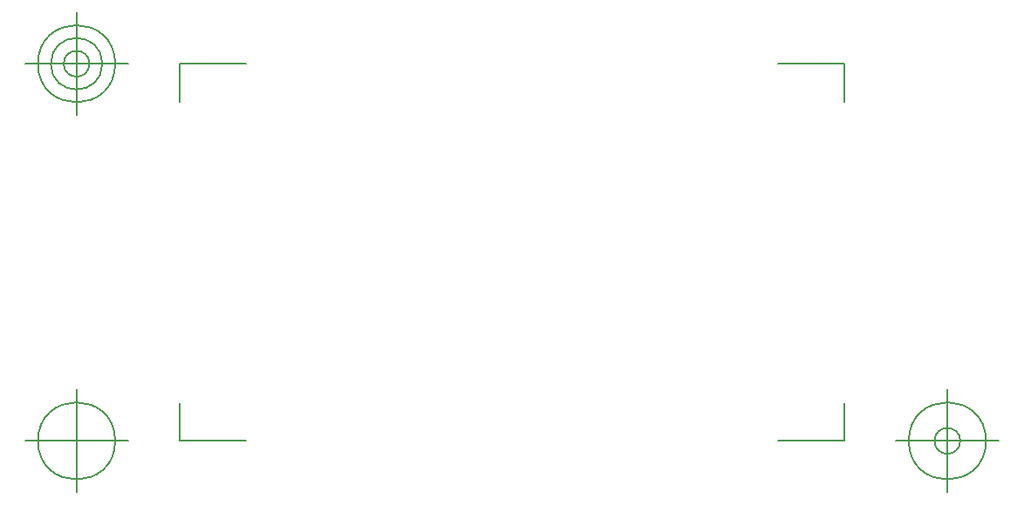
<source format=gbr>
G04 Generated by Ultiboard 11.0 *
%FSLAX25Y25*%
%MOIN*%

%ADD10C,0.00500*%


G04 ColorRGB 006699 for the following layer *
%LNHoles*%
%LPD*%
%FSLAX25Y25*%
%MOIN*%
G54D10*
X-34184Y-13512D02*
X-34184Y927D01*
X-34184Y-13512D02*
X-8778Y-13512D01*
X219874Y-13512D02*
X194468Y-13512D01*
X219874Y-13512D02*
X219874Y927D01*
X219874Y130874D02*
X219874Y116435D01*
X219874Y130874D02*
X194468Y130874D01*
X-34184Y130874D02*
X-8778Y130874D01*
X-34184Y130874D02*
X-34184Y116435D01*
X-53869Y-13512D02*
X-93239Y-13512D01*
X-73554Y-33197D02*
X-73554Y6173D01*
X-88318Y-13512D02*
G75*
D01*
G02X-88318Y-13512I14764J0*
G01*
X239559Y-13512D02*
X278929Y-13512D01*
X259244Y-33197D02*
X259244Y6173D01*
X244480Y-13512D02*
G75*
D01*
G02X244480Y-13512I14764J0*
G01*
X254323Y-13512D02*
G75*
D01*
G02X254323Y-13512I4921J0*
G01*
X-53869Y130874D02*
X-93239Y130874D01*
X-73554Y111189D02*
X-73554Y150559D01*
X-88318Y130874D02*
G75*
D01*
G02X-88318Y130874I14764J0*
G01*
X-83396Y130874D02*
G75*
D01*
G02X-83396Y130874I9843J0*
G01*
X-78475Y130874D02*
G75*
D01*
G02X-78475Y130874I4921J0*
G01*

M00*

</source>
